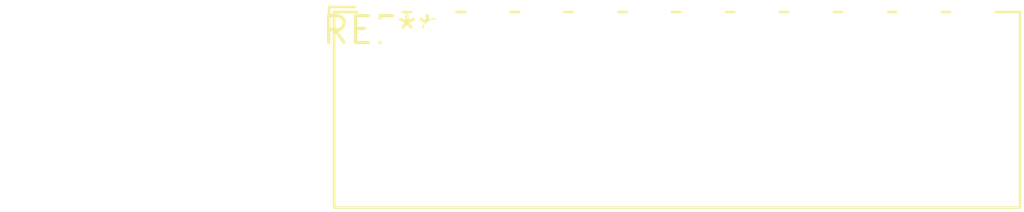
<source format=kicad_pcb>
(kicad_pcb (version 20240108) (generator pcbnew)
  (layers (0 "F.Cu" signal) (31 "B.Cu" signal) (34 "B.Paste" user) (35 "F.Paste" user) (36 "B.SilkS" user "B.Silkscreen") (37 "F.SilkS" user "F.Silkscreen") (38 "B.Mask" user) (39 "F.Mask" user) (44 "Edge.Cuts" user))
  (net 0 "")
  (footprint "Converter_DCDC_RECOM_R5xxxPA_THT" (layer "F.Cu") (at 0 0)
    (property "Reference" "REF**")
    (property "Value" "Converter_DCDC_RECOM_R5xxxPA_THT")
    (fp_line (start -2.401 -1.1) (end -1.161 -1.1) (layer "F.SilkS") (stroke (width 0.12)))
    (fp_line (start -2.401 0.14) (end -2.401 -1.1) (layer "F.SilkS") (stroke (width 0.12)))
    (fp_line (start -2.16 -0.861) (end -2.16 8.36) (layer "F.SilkS") (stroke (width 0.12)))
    (fp_line (start -2.16 -0.861) (end -1.07 -0.861) (layer "F.SilkS") (stroke (width 0.12)))
    (fp_line (start -2.16 8.36) (end 30.16 8.36) (layer "F.SilkS") (stroke (width 0.12)))
    (fp_line (start 1.07 -0.861) (end 1.471 -0.861) (layer "F.SilkS") (stroke (width 0.12)))
    (fp_line (start 3.61 -0.861) (end 4.01 -0.861) (layer "F.SilkS") (stroke (width 0.12)))
    (fp_line (start 6.15 -0.861) (end 6.551 -0.861) (layer "F.SilkS") (stroke (width 0.12)))
    (fp_line (start 8.69 -0.861) (end 9.09 -0.861) (layer "F.SilkS") (stroke (width 0.12)))
    (fp_line (start 11.23 -0.861) (end 11.63 -0.861) (layer "F.SilkS") (stroke (width 0.12)))
    (fp_line (start 13.77 -0.861) (end 14.17 -0.861) (layer "F.SilkS") (stroke (width 0.12)))
    (fp_line (start 16.31 -0.861) (end 16.71 -0.861) (layer "F.SilkS") (stroke (width 0.12)))
    (fp_line (start 18.85 -0.861) (end 19.25 -0.861) (layer "F.SilkS") (stroke (width 0.12)))
    (fp_line (start 21.39 -0.861) (end 21.79 -0.861) (layer "F.SilkS") (stroke (width 0.12)))
    (fp_line (start 23.93 -0.861) (end 24.33 -0.861) (layer "F.SilkS") (stroke (width 0.12)))
    (fp_line (start 26.47 -0.861) (end 26.87 -0.861) (layer "F.SilkS") (stroke (width 0.12)))
    (fp_line (start 29.01 -0.861) (end 30.16 -0.861) (layer "F.SilkS") (stroke (width 0.12)))
    (fp_line (start 30.16 -0.861) (end 30.16 8.36) (layer "F.SilkS") (stroke (width 0.12)))
    (pad "1" thru_hole rect (at 0 0) (size 1.5 2.3) (drill 1) (layers *.Cu *.Mask) (remove_unused_layers))
    (pad "2" thru_hole oval (at 2.54 0) (size 1.5 2.3) (drill 1) (layers *.Cu *.Mask) (remove_unused_layers))
    (pad "3" thru_hole oval (at 5.08 0) (size 1.5 2.3) (drill 1) (layers *.Cu *.Mask) (remove_unused_layers))
    (pad "4" thru_hole oval (at 7.62 0) (size 1.5 2.3) (drill 1) (layers *.Cu *.Mask) (remove_unused_layers))
    (pad "5" thru_hole oval (at 10.16 0) (size 1.5 2.3) (drill 1) (layers *.Cu *.Mask) (remove_unused_layers))
    (pad "6" thru_hole oval (at 12.7 0) (size 1.5 2.3) (drill 1) (layers *.Cu *.Mask) (remove_unused_layers))
    (pad "7" thru_hole oval (at 15.24 0) (size 1.5 2.3) (drill 1) (layers *.Cu *.Mask) (remove_unused_layers))
    (pad "8" thru_hole oval (at 17.78 0) (size 1.5 2.3) (drill 1) (layers *.Cu *.Mask) (remove_unused_layers))
    (pad "9" thru_hole oval (at 20.32 0) (size 1.5 2.3) (drill 1) (layers *.Cu *.Mask) (remove_unused_layers))
    (pad "10" thru_hole oval (at 22.86 0) (size 1.5 2.3) (drill 1) (layers *.Cu *.Mask) (remove_unused_layers))
    (pad "11" thru_hole oval (at 25.4 0) (size 1.5 2.3) (drill 1) (layers *.Cu *.Mask) (remove_unused_layers))
    (pad "12" thru_hole oval (at 27.94 0) (size 1.5 2.3) (drill 1) (layers *.Cu *.Mask) (remove_unused_layers))
  )
)
</source>
